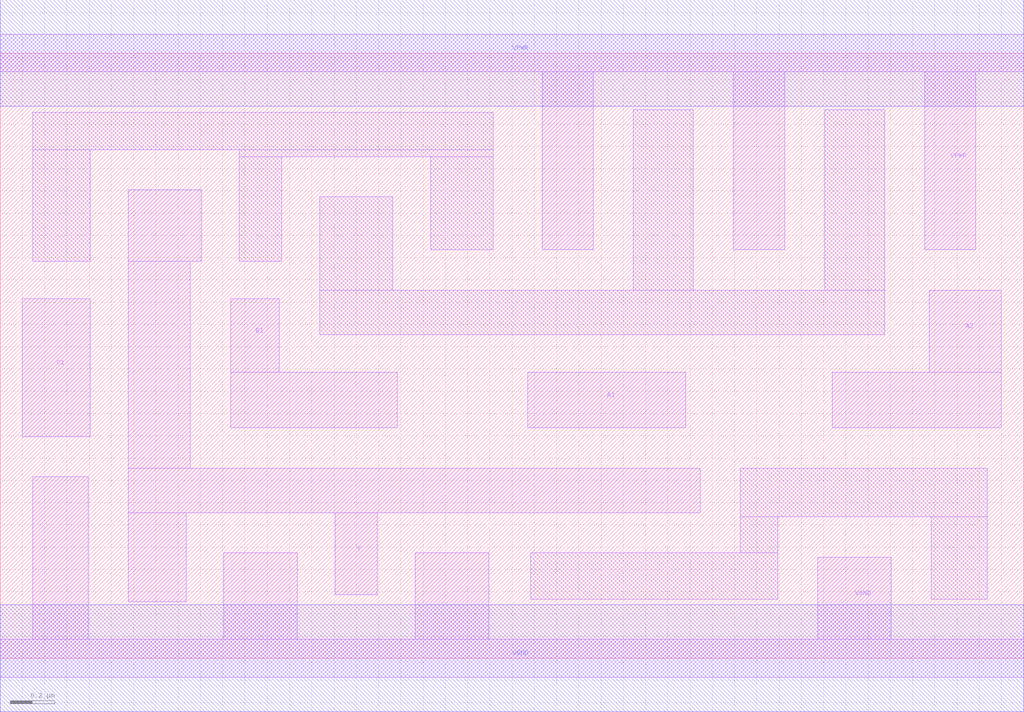
<source format=lef>
# Copyright 2020 The SkyWater PDK Authors
#
# Licensed under the Apache License, Version 2.0 (the "License");
# you may not use this file except in compliance with the License.
# You may obtain a copy of the License at
#
#     https://www.apache.org/licenses/LICENSE-2.0
#
# Unless required by applicable law or agreed to in writing, software
# distributed under the License is distributed on an "AS IS" BASIS,
# WITHOUT WARRANTIES OR CONDITIONS OF ANY KIND, either express or implied.
# See the License for the specific language governing permissions and
# limitations under the License.
#
# SPDX-License-Identifier: Apache-2.0

VERSION 5.5 ;
NAMESCASESENSITIVE ON ;
BUSBITCHARS "[]" ;
DIVIDERCHAR "/" ;
MACRO sky130_fd_sc_hd__a211oi_2
  CLASS CORE ;
  SOURCE USER ;
  ORIGIN  0.000000  0.000000 ;
  SIZE  4.600000 BY  2.720000 ;
  SYMMETRY X Y R90 ;
  SITE unithd ;
  PIN A1
    ANTENNAGATEAREA  0.495000 ;
    DIRECTION INPUT ;
    USE SIGNAL ;
    PORT
      LAYER li1 ;
        RECT 2.370000 1.035000 3.080000 1.285000 ;
    END
  END A1
  PIN A2
    ANTENNAGATEAREA  0.495000 ;
    DIRECTION INPUT ;
    USE SIGNAL ;
    PORT
      LAYER li1 ;
        RECT 3.740000 1.035000 4.500000 1.285000 ;
        RECT 4.175000 1.285000 4.500000 1.655000 ;
    END
  END A2
  PIN B1
    ANTENNAGATEAREA  0.495000 ;
    DIRECTION INPUT ;
    USE SIGNAL ;
    PORT
      LAYER li1 ;
        RECT 1.035000 1.035000 1.785000 1.285000 ;
        RECT 1.035000 1.285000 1.255000 1.615000 ;
    END
  END B1
  PIN C1
    ANTENNAGATEAREA  0.495000 ;
    DIRECTION INPUT ;
    USE SIGNAL ;
    PORT
      LAYER li1 ;
        RECT 0.100000 0.995000 0.405000 1.615000 ;
    END
  END C1
  PIN Y
    ANTENNADIFFAREA  0.826000 ;
    DIRECTION OUTPUT ;
    USE SIGNAL ;
    PORT
      LAYER li1 ;
        RECT 0.575000 0.255000 0.835000 0.655000 ;
        RECT 0.575000 0.655000 3.145000 0.855000 ;
        RECT 0.575000 0.855000 0.855000 1.785000 ;
        RECT 0.575000 1.785000 0.905000 2.105000 ;
        RECT 1.505000 0.285000 1.695000 0.655000 ;
    END
  END Y
  PIN VGND
    DIRECTION INOUT ;
    SHAPE ABUTMENT ;
    USE GROUND ;
    PORT
      LAYER li1 ;
        RECT 0.000000 -0.085000 4.600000 0.085000 ;
        RECT 0.145000  0.085000 0.395000 0.815000 ;
        RECT 1.005000  0.085000 1.335000 0.475000 ;
        RECT 1.865000  0.085000 2.195000 0.475000 ;
        RECT 3.675000  0.085000 4.005000 0.455000 ;
    END
    PORT
      LAYER met1 ;
        RECT 0.000000 -0.240000 4.600000 0.240000 ;
    END
  END VGND
  PIN VPWR
    DIRECTION INOUT ;
    SHAPE ABUTMENT ;
    USE POWER ;
    PORT
      LAYER li1 ;
        RECT 0.000000 2.635000 4.600000 2.805000 ;
        RECT 2.435000 1.835000 2.665000 2.635000 ;
        RECT 3.295000 1.835000 3.525000 2.635000 ;
        RECT 4.155000 1.835000 4.385000 2.635000 ;
    END
    PORT
      LAYER met1 ;
        RECT 0.000000 2.480000 4.600000 2.960000 ;
    END
  END VPWR
  OBS
    LAYER li1 ;
      RECT 0.145000 1.785000 0.405000 2.285000 ;
      RECT 0.145000 2.285000 2.215000 2.455000 ;
      RECT 1.075000 1.785000 1.265000 2.255000 ;
      RECT 1.075000 2.255000 2.215000 2.285000 ;
      RECT 1.435000 1.455000 3.975000 1.655000 ;
      RECT 1.435000 1.655000 1.765000 2.075000 ;
      RECT 1.935000 1.835000 2.215000 2.255000 ;
      RECT 2.385000 0.265000 3.495000 0.475000 ;
      RECT 2.845000 1.655000 3.115000 2.465000 ;
      RECT 3.325000 0.475000 3.495000 0.635000 ;
      RECT 3.325000 0.635000 4.435000 0.855000 ;
      RECT 3.705000 1.655000 3.975000 2.465000 ;
      RECT 4.185000 0.265000 4.435000 0.635000 ;
  END
END sky130_fd_sc_hd__a211oi_2

</source>
